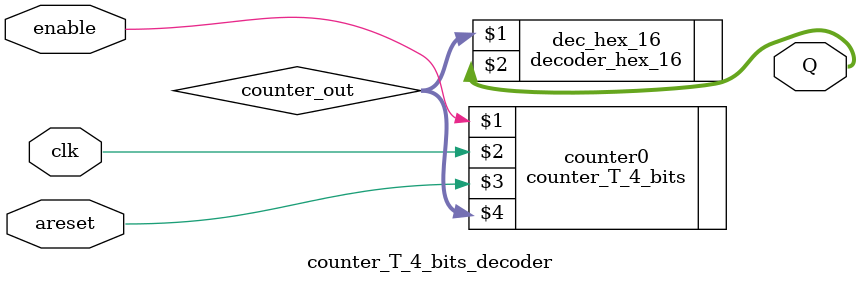
<source format=v>
module counter_T_4_bits_decoder(input clk, areset, enable,
										  output [0:6] Q);
										  
	wire [3:0] counter_out;
	counter_T_4_bits counter0(enable, clk, areset, counter_out[3:0]);
	decoder_hex_16 dec_hex_16(counter_out[3:0], Q[0:6]);
	
endmodule

</source>
